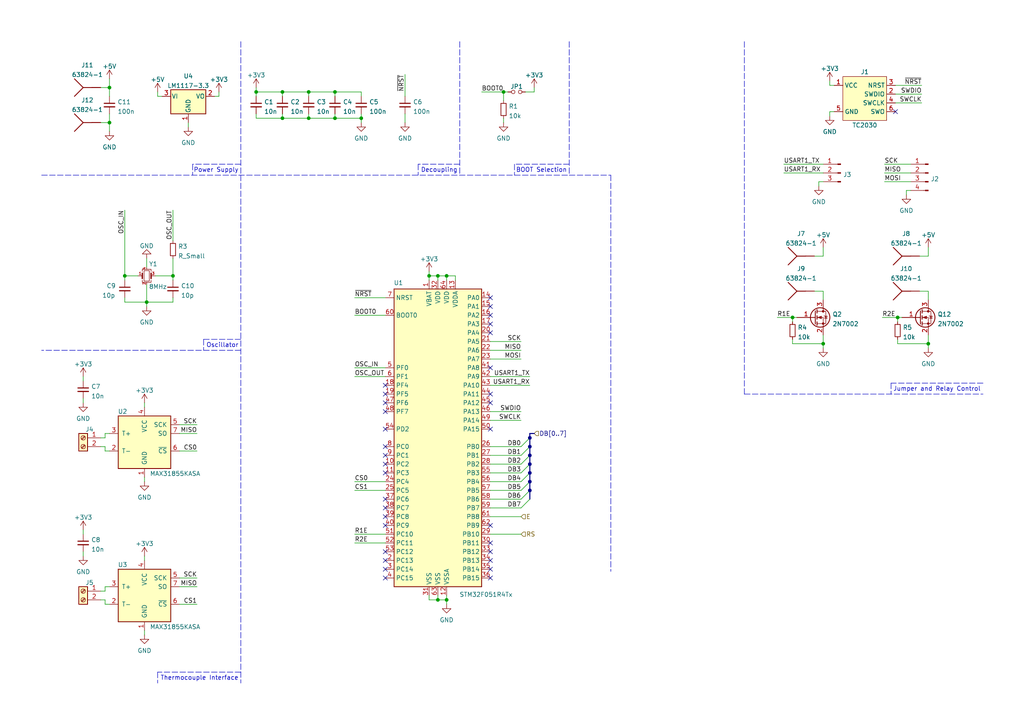
<source format=kicad_sch>
(kicad_sch (version 20210621) (generator eeschema)
  (paper "A4")
  (title_block (title "STM32 Reflow Controller") (date "2021-11-26") (company "de Byl Technologies, LLC"))
  (lib_symbols
    (symbol "2N7002_1" (pin_names (offset 0) hide)
      (property "Reference" "Q" (at 5.08 1.905 0))
      (property "Value" "2N7002_1" (at 5.08 0 0))
      (symbol "2N7002_1_0_1"
        (polyline (pts (xy 0.762 -1.778) (xy 2.54 -1.778)))
        (polyline (pts (xy 0.762 -1.27) (xy 0.762 -2.286)) (stroke (width 0.254)))
        (polyline (pts (xy 0.762 0) (xy 2.54 0)))
        (polyline (pts (xy 0.762 0.508) (xy 0.762 -0.508)) (stroke (width 0.254)))
        (polyline (pts (xy 0.762 1.778) (xy 2.54 1.778)))
        (polyline (pts (xy 0.762 2.286) (xy 0.762 1.27)) (stroke (width 0.254)))
        (polyline (pts (xy 2.54 -1.778) (xy 2.54 -2.54)))
        (polyline (pts (xy 2.54 -1.778) (xy 2.54 0)))
        (polyline (pts (xy 2.54 2.54) (xy 2.54 1.778)))
        (polyline (pts (xy 0.254 1.905) (xy 0.254 -1.905) (xy 0.254 -1.905)) (stroke (width 0.254)))
        (polyline (pts (xy 1.016 0) (xy 2.032 0.381) (xy 2.032 -0.381) (xy 1.016 0)) (fill (type outline)))
        (polyline (pts (xy 2.54 -1.778) (xy 3.302 -1.778) (xy 3.302 1.778) (xy 2.54 1.778)))
        (polyline (pts (xy 2.794 0.508) (xy 2.921 0.381) (xy 3.683 0.381) (xy 3.81 0.254)))
        (polyline (pts (xy 3.302 0.381) (xy 2.921 -0.254) (xy 3.683 -0.254) (xy 3.302 0.381)))
        (circle (center 1.651 0) (radius 2.8194) (stroke (width 0.254)) (stroke (width 0.254)))
        (circle (center 2.54 -1.778) (radius 0.2794) (fill (type outline)))
        (circle (center 2.54 1.778) (radius 0.2794) (fill (type outline)))
      )
      (symbol "2N7002_1_1_1"
        (pin input line (at -5.08 0 0) (length 5.334) (name "G") (number "1"))
        (pin passive line (at 2.54 -5.08 90) (length 2.54) (name "S") (number "2"))
        (pin passive line (at 2.54 5.08 270) (length 2.54) (name "D") (number "3"))
      )
    )
    (symbol "Connector:Conn_01x03_Male" (pin_names (offset 1.016) hide)
      (property "Reference" "J" (at 0 5.08 0))
      (property "Value" "Conn_01x03_Male" (at 0 -5.08 0))
      (symbol "Conn_01x03_Male_1_1"
        (polyline (pts (xy 1.27 -2.54) (xy 0.8636 -2.54)) (stroke (width 0.1524)))
        (polyline (pts (xy 1.27 0) (xy 0.8636 0)) (stroke (width 0.1524)))
        (polyline (pts (xy 1.27 2.54) (xy 0.8636 2.54)) (stroke (width 0.1524)))
        (rectangle (start 0.8636 -2.413) (end 0 -2.667) (stroke (width 0.1524)) (fill (type outline)))
        (rectangle (start 0.8636 0.127) (end 0 -0.127) (stroke (width 0.1524)) (fill (type outline)))
        (rectangle (start 0.8636 2.667) (end 0 2.413) (stroke (width 0.1524)) (fill (type outline)))
        (pin passive line (at 5.08 2.54 180) (length 3.81) (name "Pin_1") (number "1"))
        (pin passive line (at 5.08 0 180) (length 3.81) (name "Pin_2") (number "2"))
        (pin passive line (at 5.08 -2.54 180) (length 3.81) (name "Pin_3") (number "3"))
      )
    )
    (symbol "Connector:Conn_01x04_Male" (pin_names (offset 1.016) hide)
      (property "Reference" "J" (at 0 5.08 0))
      (property "Value" "Conn_01x04_Male" (at 0 -7.62 0))
      (symbol "Conn_01x04_Male_1_1"
        (polyline (pts (xy 1.27 -5.08) (xy 0.8636 -5.08)) (stroke (width 0.1524)))
        (polyline (pts (xy 1.27 -2.54) (xy 0.8636 -2.54)) (stroke (width 0.1524)))
        (polyline (pts (xy 1.27 0) (xy 0.8636 0)) (stroke (width 0.1524)))
        (polyline (pts (xy 1.27 2.54) (xy 0.8636 2.54)) (stroke (width 0.1524)))
        (rectangle (start 0.8636 -4.953) (end 0 -5.207) (stroke (width 0.1524)) (fill (type outline)))
        (rectangle (start 0.8636 -2.413) (end 0 -2.667) (stroke (width 0.1524)) (fill (type outline)))
        (rectangle (start 0.8636 0.127) (end 0 -0.127) (stroke (width 0.1524)) (fill (type outline)))
        (rectangle (start 0.8636 2.667) (end 0 2.413) (stroke (width 0.1524)) (fill (type outline)))
        (pin passive line (at 5.08 2.54 180) (length 3.81) (name "Pin_1") (number "1"))
        (pin passive line (at 5.08 0 180) (length 3.81) (name "Pin_2") (number "2"))
        (pin passive line (at 5.08 -2.54 180) (length 3.81) (name "Pin_3") (number "3"))
        (pin passive line (at 5.08 -5.08 180) (length 3.81) (name "Pin_4") (number "4"))
      )
    )
    (symbol "Connector:Screw_Terminal_01x02" (pin_names (offset 1.016) hide)
      (property "Reference" "J" (at 0 2.54 0))
      (property "Value" "Screw_Terminal_01x02" (at 0 -5.08 0))
      (symbol "Screw_Terminal_01x02_1_1"
        (rectangle (start -1.27 1.27) (end 1.27 -3.81) (stroke (width 0.254)) (fill (type background)))
        (circle (center 0 -2.54) (radius 0.635) (stroke (width 0.1524)) (stroke (width 0.1524)))
        (polyline (pts (xy -0.5334 -2.2098) (xy 0.3302 -3.048)) (stroke (width 0.1524)))
        (polyline (pts (xy -0.5334 0.3302) (xy 0.3302 -0.508)) (stroke (width 0.1524)))
        (polyline (pts (xy -0.3556 -2.032) (xy 0.508 -2.8702)) (stroke (width 0.1524)))
        (polyline (pts (xy -0.3556 0.508) (xy 0.508 -0.3302)) (stroke (width 0.1524)))
        (circle (center 0 0) (radius 0.635) (stroke (width 0.1524)) (stroke (width 0.1524)))
        (pin passive line (at -5.08 0 0) (length 3.81) (name "Pin_1") (number "1"))
        (pin passive line (at -5.08 -2.54 0) (length 3.81) (name "Pin_2") (number "2"))
      )
    )
    (symbol "Device:C_Small" (pin_numbers hide) (pin_names (offset 0.254) hide)
      (property "Reference" "C" (at 0.254 1.778 0))
      (property "Value" "C_Small" (at 0.254 -2.032 0))
      (symbol "C_Small_0_1"
        (polyline (pts (xy -1.524 -0.508) (xy 1.524 -0.508)) (stroke (width 0.3302)))
        (polyline (pts (xy -1.524 0.508) (xy 1.524 0.508)) (stroke (width 0.3048)))
      )
      (symbol "C_Small_1_1"
        (pin passive line (at 0 2.54 270) (length 2.032) (name "~") (number "1"))
        (pin passive line (at 0 -2.54 90) (length 2.032) (name "~") (number "2"))
      )
    )
    (symbol "Device:Crystal_GND24_Small" (pin_names (offset 1.016) hide)
      (property "Reference" "Y" (at 1.27 4.445 0))
      (property "Value" "Crystal_GND24_Small" (at 1.27 2.54 0))
      (symbol "Crystal_GND24_Small_0_1"
        (rectangle (start -0.762 -1.524) (end 0.762 1.524))
        (polyline (pts (xy -1.27 -0.762) (xy -1.27 0.762)) (stroke (width 0.381)))
        (polyline (pts (xy 1.27 -0.762) (xy 1.27 0.762)) (stroke (width 0.381)))
        (polyline (pts (xy -1.27 -1.27) (xy -1.27 -1.905) (xy 1.27 -1.905) (xy 1.27 -1.27)))
        (polyline (pts (xy -1.27 1.27) (xy -1.27 1.905) (xy 1.27 1.905) (xy 1.27 1.27)))
      )
      (symbol "Crystal_GND24_Small_1_1"
        (pin passive line (at -2.54 0 0) (length 1.27) (name "1") (number "1"))
        (pin passive line (at 0 -2.54 90) (length 0.635) (name "2") (number "2"))
        (pin passive line (at 2.54 0 180) (length 1.27) (name "3") (number "3"))
        (pin passive line (at 0 2.54 270) (length 0.635) (name "4") (number "4"))
      )
    )
    (symbol "Device:Jumper_NO_Small" (pin_numbers hide) (pin_names (offset 0.762) hide)
      (property "Reference" "JP" (at 0 2.032 0))
      (property "Value" "Jumper_NO_Small" (at 0.254 -1.524 0))
      (symbol "Jumper_NO_Small_0_1"
        (circle (center -1.016 0) (radius 0.508))
        (circle (center 1.016 0) (radius 0.508))
        (pin passive line (at -2.54 0 0) (length 1.016) (name "1") (number "1"))
        (pin passive line (at 2.54 0 180) (length 1.016) (name "2") (number "2"))
      )
    )
    (symbol "Device:R_Small" (pin_numbers hide) (pin_names (offset 0.254) hide)
      (property "Reference" "R" (at 0.762 0.508 0))
      (property "Value" "R_Small" (at 0.762 -1.016 0))
      (symbol "R_Small_0_1"
        (rectangle (start -0.762 1.778) (end 0.762 -1.778) (stroke (width 0.2032)))
      )
      (symbol "R_Small_1_1"
        (pin passive line (at 0 2.54 270) (length 0.762) (name "~") (number "1"))
        (pin passive line (at 0 -2.54 90) (length 0.762) (name "~") (number "2"))
      )
    )
    (symbol "MCU_ST_STM32F0:STM32F051R4Tx"
      (property "Reference" "U" (at -12.7 44.45 0))
      (property "Value" "STM32F051R4Tx" (at 7.62 44.45 0))
      (symbol "STM32F051R4Tx_0_1"
        (rectangle (start -12.7 -43.18) (end 12.7 43.18) (stroke (width 0.254)) (fill (type background)))
      )
      (symbol "STM32F051R4Tx_1_1"
        (pin power_in line (at -2.54 45.72 270) (length 2.54) (name "VBAT") (number "1"))
        (pin bidirectional line (at -15.24 -7.62 0) (length 2.54) (name "PC2") (number "10"))
        (pin bidirectional line (at -15.24 -10.16 0) (length 2.54) (name "PC3") (number "11"))
        (pin power_in line (at 2.54 -45.72 90) (length 2.54) (name "VSSA") (number "12"))
        (pin power_in line (at 5.08 45.72 270) (length 2.54) (name "VDDA") (number "13"))
        (pin bidirectional line (at 15.24 40.64 180) (length 2.54) (name "PA0") (number "14"))
        (pin bidirectional line (at 15.24 38.1 180) (length 2.54) (name "PA1") (number "15"))
        (pin bidirectional line (at 15.24 35.56 180) (length 2.54) (name "PA2") (number "16"))
        (pin bidirectional line (at 15.24 33.02 180) (length 2.54) (name "PA3") (number "17"))
        (pin bidirectional line (at -15.24 15.24 0) (length 2.54) (name "PF4") (number "18"))
        (pin bidirectional line (at -15.24 12.7 0) (length 2.54) (name "PF5") (number "19"))
        (pin bidirectional line (at -15.24 -35.56 0) (length 2.54) (name "PC13") (number "2"))
        (pin bidirectional line (at 15.24 30.48 180) (length 2.54) (name "PA4") (number "20"))
        (pin bidirectional line (at 15.24 27.94 180) (length 2.54) (name "PA5") (number "21"))
        (pin bidirectional line (at 15.24 25.4 180) (length 2.54) (name "PA6") (number "22"))
        (pin bidirectional line (at 15.24 22.86 180) (length 2.54) (name "PA7") (number "23"))
        (pin bidirectional line (at -15.24 -12.7 0) (length 2.54) (name "PC4") (number "24"))
        (pin bidirectional line (at -15.24 -15.24 0) (length 2.54) (name "PC5") (number "25"))
        (pin bidirectional line (at 15.24 -2.54 180) (length 2.54) (name "PB0") (number "26"))
        (pin bidirectional line (at 15.24 -5.08 180) (length 2.54) (name "PB1") (number "27"))
        (pin bidirectional line (at 15.24 -7.62 180) (length 2.54) (name "PB2") (number "28"))
        (pin bidirectional line (at 15.24 -27.94 180) (length 2.54) (name "PB10") (number "29"))
        (pin bidirectional line (at -15.24 -38.1 0) (length 2.54) (name "PC14") (number "3"))
        (pin bidirectional line (at 15.24 -30.48 180) (length 2.54) (name "PB11") (number "30"))
        (pin power_in line (at -2.54 -45.72 90) (length 2.54) (name "VSS") (number "31"))
        (pin power_in line (at 0 45.72 270) (length 2.54) (name "VDD") (number "32"))
        (pin bidirectional line (at 15.24 -33.02 180) (length 2.54) (name "PB12") (number "33"))
        (pin bidirectional line (at 15.24 -35.56 180) (length 2.54) (name "PB13") (number "34"))
        (pin bidirectional line (at 15.24 -38.1 180) (length 2.54) (name "PB14") (number "35"))
        (pin bidirectional line (at 15.24 -40.64 180) (length 2.54) (name "PB15") (number "36"))
        (pin bidirectional line (at -15.24 -17.78 0) (length 2.54) (name "PC6") (number "37"))
        (pin bidirectional line (at -15.24 -20.32 0) (length 2.54) (name "PC7") (number "38"))
        (pin bidirectional line (at -15.24 -22.86 0) (length 2.54) (name "PC8") (number "39"))
        (pin bidirectional line (at -15.24 -40.64 0) (length 2.54) (name "PC15") (number "4"))
        (pin bidirectional line (at -15.24 -25.4 0) (length 2.54) (name "PC9") (number "40"))
        (pin bidirectional line (at 15.24 20.32 180) (length 2.54) (name "PA8") (number "41"))
        (pin bidirectional line (at 15.24 17.78 180) (length 2.54) (name "PA9") (number "42"))
        (pin bidirectional line (at 15.24 15.24 180) (length 2.54) (name "PA10") (number "43"))
        (pin bidirectional line (at 15.24 12.7 180) (length 2.54) (name "PA11") (number "44"))
        (pin bidirectional line (at 15.24 10.16 180) (length 2.54) (name "PA12") (number "45"))
        (pin bidirectional line (at 15.24 7.62 180) (length 2.54) (name "PA13") (number "46"))
        (pin bidirectional line (at -15.24 10.16 0) (length 2.54) (name "PF6") (number "47"))
        (pin bidirectional line (at -15.24 7.62 0) (length 2.54) (name "PF7") (number "48"))
        (pin bidirectional line (at 15.24 5.08 180) (length 2.54) (name "PA14") (number "49"))
        (pin input line (at -15.24 20.32 0) (length 2.54) (name "PF0") (number "5"))
        (pin bidirectional line (at 15.24 2.54 180) (length 2.54) (name "PA15") (number "50"))
        (pin bidirectional line (at -15.24 -27.94 0) (length 2.54) (name "PC10") (number "51"))
        (pin bidirectional line (at -15.24 -30.48 0) (length 2.54) (name "PC11") (number "52"))
        (pin bidirectional line (at -15.24 -33.02 0) (length 2.54) (name "PC12") (number "53"))
        (pin bidirectional line (at -15.24 2.54 0) (length 2.54) (name "PD2") (number "54"))
        (pin bidirectional line (at 15.24 -10.16 180) (length 2.54) (name "PB3") (number "55"))
        (pin bidirectional line (at 15.24 -12.7 180) (length 2.54) (name "PB4") (number "56"))
        (pin bidirectional line (at 15.24 -15.24 180) (length 2.54) (name "PB5") (number "57"))
        (pin bidirectional line (at 15.24 -17.78 180) (length 2.54) (name "PB6") (number "58"))
        (pin bidirectional line (at 15.24 -20.32 180) (length 2.54) (name "PB7") (number "59"))
        (pin input line (at -15.24 17.78 0) (length 2.54) (name "PF1") (number "6"))
        (pin input line (at -15.24 35.56 0) (length 2.54) (name "BOOT0") (number "60"))
        (pin bidirectional line (at 15.24 -22.86 180) (length 2.54) (name "PB8") (number "61"))
        (pin bidirectional line (at 15.24 -25.4 180) (length 2.54) (name "PB9") (number "62"))
        (pin power_in line (at 0 -45.72 90) (length 2.54) (name "VSS") (number "63"))
        (pin power_in line (at 2.54 45.72 270) (length 2.54) (name "VDD") (number "64"))
        (pin input line (at -15.24 40.64 0) (length 2.54) (name "NRST") (number "7"))
        (pin bidirectional line (at -15.24 -2.54 0) (length 2.54) (name "PC0") (number "8"))
        (pin bidirectional line (at -15.24 -5.08 0) (length 2.54) (name "PC1") (number "9"))
      )
    )
    (symbol "Personal:63824-1" (pin_numbers hide) (pin_names (offset 1.016) hide)
      (property "Reference" "J" (at -3.048 3.048 0))
      (property "Value" "63824-1" (at -3.048 -4.826 0))
      (symbol "63824-1_0_0"
        (polyline (pts (xy 0 0) (xy -2.54 -2.54)) (stroke (width 0.254)))
        (polyline (pts (xy 0 0) (xy -2.54 2.54)) (stroke (width 0.254)))
        (polyline (pts (xy 2.54 0) (xy 0 0)) (stroke (width 0.254)))
        (pin passive line (at 5.08 0 180) (length 2.54) (name "~") (number "1"))
        (pin passive line (at 5.08 0 180) (length 2.54) (name "~") (number "2"))
      )
    )
    (symbol "Personal:TC2030"
      (property "Reference" "J" (at 0 7.62 0))
      (property "Value" "TC2030" (at 0 -7.62 0))
      (symbol "TC2030_0_1"
        (rectangle (start -6.35 6.35) (end 6.35 -6.35) (stroke (width 0.1524)) (fill (type background)))
      )
      (symbol "TC2030_1_1"
        (pin input line (at -8.89 3.81 0) (length 2.54) (name "VCC") (number "1"))
        (pin input line (at 8.89 1.27 180) (length 2.54) (name "SWDIO") (number "2"))
        (pin input line (at 8.89 3.81 180) (length 2.54) (name "NRST") (number "3"))
        (pin input line (at 8.89 -1.27 180) (length 2.54) (name "SWCLK") (number "4"))
        (pin input line (at -8.89 -3.81 0) (length 2.54) (name "GND") (number "5"))
        (pin input line (at 8.89 -3.81 180) (length 2.54) (name "SWO") (number "6"))
      )
    )
    (symbol "Regulator_Linear:LM1117-3.3" (pin_names (offset 0.254))
      (property "Reference" "U" (at -3.81 3.175 0))
      (property "Value" "LM1117-3.3" (at 0 3.175 0))
      (symbol "LM1117-3.3_0_1"
        (rectangle (start -5.08 -5.08) (end 5.08 1.905) (stroke (width 0.254)) (fill (type background)))
      )
      (symbol "LM1117-3.3_1_1"
        (pin power_in line (at 0 -7.62 90) (length 2.54) (name "GND") (number "1"))
        (pin power_out line (at 7.62 0 180) (length 2.54) (name "VO") (number "2"))
        (pin power_in line (at -7.62 0 0) (length 2.54) (name "VI") (number "3"))
      )
    )
    (symbol "Sensor_Temperature:MAX31855KASA" (pin_names (offset 1.016))
      (property "Reference" "U" (at -7.62 8.89 0))
      (property "Value" "MAX31855KASA" (at 1.27 8.89 0))
      (symbol "MAX31855KASA_0_1"
        (rectangle (start -7.62 7.62) (end 7.62 -7.62) (stroke (width 0.254)) (fill (type background)))
      )
      (symbol "MAX31855KASA_1_1"
        (pin power_in line (at 0 -10.16 90) (length 2.54) (name "GND") (number "1"))
        (pin passive line (at -10.16 -2.54 0) (length 2.54) (name "T-") (number "2"))
        (pin passive line (at -10.16 2.54 0) (length 2.54) (name "T+") (number "3"))
        (pin power_in line (at 0 10.16 270) (length 2.54) (name "VCC") (number "4"))
        (pin input line (at 10.16 5.08 180) (length 2.54) (name "SCK") (number "5"))
        (pin input line (at 10.16 -2.54 180) (length 2.54) (name "~{CS}") (number "6"))
        (pin tri_state line (at 10.16 2.54 180) (length 2.54) (name "SO") (number "7"))
      )
    )
    (symbol "Transistor_FET:2N7002" (pin_names (offset 0) hide)
      (property "Reference" "Q" (at 5.08 1.905 0))
      (property "Value" "2N7002" (at 5.08 0 0))
      (symbol "2N7002_0_1"
        (polyline (pts (xy 0.762 -1.778) (xy 2.54 -1.778)))
        (polyline (pts (xy 0.762 -1.27) (xy 0.762 -2.286)) (stroke (width 0.254)))
        (polyline (pts (xy 0.762 0) (xy 2.54 0)))
        (polyline (pts (xy 0.762 0.508) (xy 0.762 -0.508)) (stroke (width 0.254)))
        (polyline (pts (xy 0.762 1.778) (xy 2.54 1.778)))
        (polyline (pts (xy 0.762 2.286) (xy 0.762 1.27)) (stroke (width 0.254)))
        (polyline (pts (xy 2.54 -1.778) (xy 2.54 -2.54)))
        (polyline (pts (xy 2.54 -1.778) (xy 2.54 0)))
        (polyline (pts (xy 2.54 2.54) (xy 2.54 1.778)))
        (polyline (pts (xy 0.254 1.905) (xy 0.254 -1.905) (xy 0.254 -1.905)) (stroke (width 0.254)))
        (polyline (pts (xy 1.016 0) (xy 2.032 0.381) (xy 2.032 -0.381) (xy 1.016 0)) (fill (type outline)))
        (polyline (pts (xy 2.54 -1.778) (xy 3.302 -1.778) (xy 3.302 1.778) (xy 2.54 1.778)))
        (polyline (pts (xy 2.794 0.508) (xy 2.921 0.381) (xy 3.683 0.381) (xy 3.81 0.254)))
        (polyline (pts (xy 3.302 0.381) (xy 2.921 -0.254) (xy 3.683 -0.254) (xy 3.302 0.381)))
        (circle (center 1.651 0) (radius 2.8194) (stroke (width 0.254)) (stroke (width 0.254)))
        (circle (center 2.54 -1.778) (radius 0.2794) (fill (type outline)))
        (circle (center 2.54 1.778) (radius 0.2794) (fill (type outline)))
      )
      (symbol "2N7002_1_1"
        (pin input line (at -5.08 0 0) (length 5.334) (name "G") (number "1"))
        (pin passive line (at 2.54 -5.08 90) (length 2.54) (name "S") (number "2"))
        (pin passive line (at 2.54 5.08 270) (length 2.54) (name "D") (number "3"))
      )
    )
    (symbol "power:+3V3" (power) (pin_names (offset 0))
      (property "Value" "+3V3" (at 0 3.556 0))
      (symbol "+3V3_0_1"
        (polyline (pts (xy -0.762 1.27) (xy 0 2.54)))
        (polyline (pts (xy 0 0) (xy 0 2.54)))
        (polyline (pts (xy 0 2.54) (xy 0.762 1.27)))
      )
      (symbol "+3V3_1_1"
        (pin power_in line (at 0 0 90) (length 0) hide (name "+3V3") (number "1"))
      )
    )
    (symbol "power:+5V" (power) (pin_names (offset 0))
      (property "Value" "+5V" (at 0 3.556 0))
      (symbol "+5V_0_1"
        (polyline (pts (xy -0.762 1.27) (xy 0 2.54)))
        (polyline (pts (xy 0 0) (xy 0 2.54)))
        (polyline (pts (xy 0 2.54) (xy 0.762 1.27)))
      )
      (symbol "+5V_1_1"
        (pin power_in line (at 0 0 90) (length 0) hide (name "+5V") (number "1"))
      )
    )
    (symbol "power:GND" (power) (pin_names (offset 0))
      (property "Value" "GND" (at 0 -3.81 0))
      (symbol "GND_0_1"
        (polyline (pts (xy 0 0) (xy 0 -1.27) (xy 1.27 -1.27) (xy 0 -2.54) (xy -1.27 -1.27) (xy 0 -1.27)))
      )
      (symbol "GND_1_1"
        (pin power_in line (at 0 0 270) (length 0) hide (name "GND") (number "1"))
      )
    )
  )
  (junction (at 31.75 25.4))
  (junction (at 31.75 35.56))
  (junction (at 36.195 80.01))
  (junction (at 42.545 87.63))
  (junction (at 50.165 80.01))
  (junction (at 74.295 26.67))
  (junction (at 81.915 26.67))
  (junction (at 81.915 34.29))
  (junction (at 89.535 26.67))
  (junction (at 89.535 34.29))
  (junction (at 97.155 26.67))
  (junction (at 97.155 34.29))
  (junction (at 104.775 34.29))
  (junction (at 124.46 80.01))
  (junction (at 127 80.01))
  (junction (at 127 173.99))
  (junction (at 129.54 80.01))
  (junction (at 129.54 173.99))
  (junction (at 146.05 26.67))
  (junction (at 229.87 92.075))
  (junction (at 238.76 99.695))
  (junction (at 260.35 92.075))
  (junction (at 269.24 99.695))
  (junction (at 153.67 127))
  (junction (at 153.67 129.54))
  (junction (at 153.67 132.08))
  (junction (at 153.67 134.62))
  (junction (at 153.67 137.16))
  (junction (at 153.67 139.7))
  (junction (at 153.67 142.24))
  (no_connect (at 111.76 111.76))
  (no_connect (at 111.76 114.3))
  (no_connect (at 111.76 116.84))
  (no_connect (at 111.76 119.38))
  (no_connect (at 111.76 124.46))
  (no_connect (at 111.76 129.54))
  (no_connect (at 111.76 132.08))
  (no_connect (at 111.76 134.62))
  (no_connect (at 111.76 137.16))
  (no_connect (at 111.76 144.78))
  (no_connect (at 111.76 147.32))
  (no_connect (at 111.76 149.86))
  (no_connect (at 111.76 152.4))
  (no_connect (at 111.76 160.02))
  (no_connect (at 111.76 162.56))
  (no_connect (at 111.76 165.1))
  (no_connect (at 111.76 167.64))
  (no_connect (at 142.24 86.36))
  (no_connect (at 142.24 88.9))
  (no_connect (at 142.24 91.44))
  (no_connect (at 142.24 93.98))
  (no_connect (at 142.24 96.52))
  (no_connect (at 142.24 106.68))
  (no_connect (at 142.24 114.3))
  (no_connect (at 142.24 116.84))
  (no_connect (at 142.24 124.46))
  (no_connect (at 142.24 152.4))
  (no_connect (at 142.24 157.48))
  (no_connect (at 142.24 160.02))
  (no_connect (at 142.24 162.56))
  (no_connect (at 142.24 165.1))
  (no_connect (at 142.24 167.64))
  (no_connect (at 259.715 32.385))
  (bus_entry (at 151.13 129.54) (size 2.54 -2.54))
  (bus_entry (at 151.13 132.08) (size 2.54 -2.54))
  (bus_entry (at 151.13 134.62) (size 2.54 -2.54))
  (bus_entry (at 151.13 137.16) (size 2.54 -2.54))
  (bus_entry (at 151.13 139.7) (size 2.54 -2.54))
  (bus_entry (at 151.13 142.24) (size 2.54 -2.54))
  (bus_entry (at 151.13 144.78) (size 2.54 -2.54))
  (bus_entry (at 151.13 147.32) (size 2.54 -2.54))
  (wire (pts (xy 24.13 109.22) (xy 24.13 110.49)))
  (wire (pts (xy 24.13 115.57) (xy 24.13 116.84)))
  (wire (pts (xy 24.13 153.67) (xy 24.13 154.94)))
  (wire (pts (xy 24.13 160.02) (xy 24.13 161.29)))
  (wire (pts (xy 29.21 25.4) (xy 31.75 25.4)))
  (wire (pts (xy 29.21 35.56) (xy 31.75 35.56)))
  (wire (pts (xy 29.21 127) (xy 30.48 127)))
  (wire (pts (xy 29.21 129.54) (xy 30.48 129.54)))
  (wire (pts (xy 29.21 171.45) (xy 30.48 171.45)))
  (wire (pts (xy 29.21 173.99) (xy 30.48 173.99)))
  (wire (pts (xy 30.48 125.73) (xy 31.75 125.73)))
  (wire (pts (xy 30.48 127) (xy 30.48 125.73)))
  (wire (pts (xy 30.48 129.54) (xy 30.48 130.81)))
  (wire (pts (xy 30.48 130.81) (xy 31.75 130.81)))
  (wire (pts (xy 30.48 170.18) (xy 31.75 170.18)))
  (wire (pts (xy 30.48 171.45) (xy 30.48 170.18)))
  (wire (pts (xy 30.48 173.99) (xy 30.48 175.26)))
  (wire (pts (xy 30.48 175.26) (xy 31.75 175.26)))
  (wire (pts (xy 31.75 25.4) (xy 31.75 22.86)))
  (wire (pts (xy 31.75 25.4) (xy 31.75 27.94)))
  (wire (pts (xy 31.75 33.02) (xy 31.75 35.56)))
  (wire (pts (xy 31.75 35.56) (xy 31.75 38.1)))
  (wire (pts (xy 36.195 60.96) (xy 36.195 80.01)))
  (wire (pts (xy 36.195 80.01) (xy 40.005 80.01)))
  (wire (pts (xy 36.195 81.28) (xy 36.195 80.01)))
  (wire (pts (xy 36.195 86.36) (xy 36.195 87.63)))
  (wire (pts (xy 36.195 87.63) (xy 42.545 87.63)))
  (wire (pts (xy 41.91 116.84) (xy 41.91 118.11)))
  (wire (pts (xy 41.91 138.43) (xy 41.91 139.7)))
  (wire (pts (xy 41.91 161.29) (xy 41.91 162.56)))
  (wire (pts (xy 41.91 182.88) (xy 41.91 184.15)))
  (wire (pts (xy 42.545 74.93) (xy 42.545 77.47)))
  (wire (pts (xy 42.545 82.55) (xy 42.545 87.63)))
  (wire (pts (xy 42.545 87.63) (xy 42.545 88.9)))
  (wire (pts (xy 42.545 87.63) (xy 50.165 87.63)))
  (wire (pts (xy 45.085 80.01) (xy 50.165 80.01)))
  (wire (pts (xy 45.72 27.94) (xy 45.72 26.67)))
  (wire (pts (xy 46.99 27.94) (xy 45.72 27.94)))
  (wire (pts (xy 50.165 60.96) (xy 50.165 69.85)))
  (wire (pts (xy 50.165 74.93) (xy 50.165 80.01)))
  (wire (pts (xy 50.165 80.01) (xy 50.165 81.28)))
  (wire (pts (xy 50.165 86.36) (xy 50.165 87.63)))
  (wire (pts (xy 52.07 123.19) (xy 57.15 123.19)))
  (wire (pts (xy 52.07 125.73) (xy 57.15 125.73)))
  (wire (pts (xy 52.07 130.81) (xy 57.15 130.81)))
  (wire (pts (xy 52.07 167.64) (xy 57.15 167.64)))
  (wire (pts (xy 52.07 170.18) (xy 57.15 170.18)))
  (wire (pts (xy 52.07 175.26) (xy 57.15 175.26)))
  (wire (pts (xy 54.61 35.56) (xy 54.61 36.83)))
  (wire (pts (xy 62.23 27.94) (xy 63.5 27.94)))
  (wire (pts (xy 63.5 27.94) (xy 63.5 26.67)))
  (wire (pts (xy 74.295 25.4) (xy 74.295 26.67)))
  (wire (pts (xy 74.295 26.67) (xy 74.295 27.94)))
  (wire (pts (xy 74.295 26.67) (xy 81.915 26.67)))
  (wire (pts (xy 74.295 33.02) (xy 74.295 34.29)))
  (wire (pts (xy 74.295 34.29) (xy 81.915 34.29)))
  (wire (pts (xy 81.915 26.67) (xy 81.915 27.94)))
  (wire (pts (xy 81.915 33.02) (xy 81.915 34.29)))
  (wire (pts (xy 81.915 34.29) (xy 89.535 34.29)))
  (wire (pts (xy 89.535 26.67) (xy 81.915 26.67)))
  (wire (pts (xy 89.535 27.94) (xy 89.535 26.67)))
  (wire (pts (xy 89.535 33.02) (xy 89.535 34.29)))
  (wire (pts (xy 89.535 34.29) (xy 97.155 34.29)))
  (wire (pts (xy 97.155 26.67) (xy 89.535 26.67)))
  (wire (pts (xy 97.155 27.94) (xy 97.155 26.67)))
  (wire (pts (xy 97.155 33.02) (xy 97.155 34.29)))
  (wire (pts (xy 102.87 86.36) (xy 111.76 86.36)))
  (wire (pts (xy 102.87 91.44) (xy 111.76 91.44)))
  (wire (pts (xy 102.87 106.68) (xy 111.76 106.68)))
  (wire (pts (xy 102.87 109.22) (xy 111.76 109.22)))
  (wire (pts (xy 102.87 154.94) (xy 111.76 154.94)))
  (wire (pts (xy 102.87 157.48) (xy 111.76 157.48)))
  (wire (pts (xy 104.775 26.67) (xy 97.155 26.67)))
  (wire (pts (xy 104.775 27.94) (xy 104.775 26.67)))
  (wire (pts (xy 104.775 33.02) (xy 104.775 34.29)))
  (wire (pts (xy 104.775 34.29) (xy 97.155 34.29)))
  (wire (pts (xy 104.775 34.29) (xy 104.775 35.56)))
  (wire (pts (xy 111.76 139.7) (xy 102.87 139.7)))
  (wire (pts (xy 111.76 142.24) (xy 102.87 142.24)))
  (wire (pts (xy 117.475 21.59) (xy 117.475 27.94)))
  (wire (pts (xy 117.475 33.02) (xy 117.475 35.56)))
  (wire (pts (xy 124.46 78.74) (xy 124.46 80.01)))
  (wire (pts (xy 124.46 80.01) (xy 127 80.01)))
  (wire (pts (xy 124.46 81.28) (xy 124.46 80.01)))
  (wire (pts (xy 124.46 172.72) (xy 124.46 173.99)))
  (wire (pts (xy 124.46 173.99) (xy 127 173.99)))
  (wire (pts (xy 127 80.01) (xy 129.54 80.01)))
  (wire (pts (xy 127 81.28) (xy 127 80.01)))
  (wire (pts (xy 127 172.72) (xy 127 173.99)))
  (wire (pts (xy 129.54 81.28) (xy 129.54 80.01)))
  (wire (pts (xy 129.54 172.72) (xy 129.54 173.99)))
  (wire (pts (xy 129.54 173.99) (xy 127 173.99)))
  (wire (pts (xy 129.54 173.99) (xy 129.54 175.26)))
  (wire (pts (xy 132.08 80.01) (xy 129.54 80.01)))
  (wire (pts (xy 132.08 81.28) (xy 132.08 80.01)))
  (wire (pts (xy 139.7 26.67) (xy 146.05 26.67)))
  (wire (pts (xy 142.24 99.06) (xy 151.13 99.06)))
  (wire (pts (xy 142.24 101.6) (xy 151.13 101.6)))
  (wire (pts (xy 142.24 104.14) (xy 151.13 104.14)))
  (wire (pts (xy 142.24 109.22) (xy 153.67 109.22)))
  (wire (pts (xy 142.24 111.76) (xy 153.67 111.76)))
  (wire (pts (xy 142.24 119.38) (xy 151.13 119.38)))
  (wire (pts (xy 142.24 121.92) (xy 151.13 121.92)))
  (wire (pts (xy 142.24 129.54) (xy 151.13 129.54)))
  (wire (pts (xy 142.24 132.08) (xy 151.13 132.08)))
  (wire (pts (xy 142.24 134.62) (xy 151.13 134.62)))
  (wire (pts (xy 142.24 137.16) (xy 151.13 137.16)))
  (wire (pts (xy 142.24 139.7) (xy 151.13 139.7)))
  (wire (pts (xy 142.24 142.24) (xy 151.13 142.24)))
  (wire (pts (xy 142.24 144.78) (xy 151.13 144.78)))
  (wire (pts (xy 142.24 147.32) (xy 151.13 147.32)))
  (wire (pts (xy 142.24 149.86) (xy 151.13 149.86)))
  (wire (pts (xy 142.24 154.94) (xy 151.13 154.94)))
  (wire (pts (xy 146.05 26.67) (xy 146.05 29.21)))
  (wire (pts (xy 146.05 26.67) (xy 147.32 26.67)))
  (wire (pts (xy 146.05 34.29) (xy 146.05 35.56)))
  (wire (pts (xy 152.4 26.67) (xy 154.94 26.67)))
  (wire (pts (xy 154.94 26.67) (xy 154.94 25.4)))
  (wire (pts (xy 225.425 92.075) (xy 229.87 92.075)))
  (wire (pts (xy 227.33 47.625) (xy 238.76 47.625)))
  (wire (pts (xy 227.33 50.165) (xy 238.76 50.165)))
  (wire (pts (xy 229.87 92.075) (xy 229.87 93.345)))
  (wire (pts (xy 229.87 92.075) (xy 231.14 92.075)))
  (wire (pts (xy 229.87 98.425) (xy 229.87 99.695)))
  (wire (pts (xy 229.87 99.695) (xy 238.76 99.695)))
  (wire (pts (xy 236.22 74.295) (xy 238.76 74.295)))
  (wire (pts (xy 236.22 84.455) (xy 238.76 84.455)))
  (wire (pts (xy 237.49 52.705) (xy 238.76 52.705)))
  (wire (pts (xy 237.49 53.975) (xy 237.49 52.705)))
  (wire (pts (xy 238.76 71.755) (xy 238.76 74.295)))
  (wire (pts (xy 238.76 84.455) (xy 238.76 86.995)))
  (wire (pts (xy 238.76 97.155) (xy 238.76 99.695)))
  (wire (pts (xy 238.76 99.695) (xy 238.76 100.965)))
  (wire (pts (xy 240.665 23.495) (xy 240.665 24.765)))
  (wire (pts (xy 240.665 32.385) (xy 240.665 33.655)))
  (wire (pts (xy 241.935 24.765) (xy 240.665 24.765)))
  (wire (pts (xy 241.935 32.385) (xy 240.665 32.385)))
  (wire (pts (xy 255.905 92.075) (xy 260.35 92.075)))
  (wire (pts (xy 256.54 47.625) (xy 264.16 47.625)))
  (wire (pts (xy 256.54 50.165) (xy 264.16 50.165)))
  (wire (pts (xy 256.54 52.705) (xy 264.16 52.705)))
  (wire (pts (xy 259.715 24.765) (xy 267.335 24.765)))
  (wire (pts (xy 259.715 27.305) (xy 267.335 27.305)))
  (wire (pts (xy 259.715 29.845) (xy 267.335 29.845)))
  (wire (pts (xy 260.35 92.075) (xy 260.35 93.345)))
  (wire (pts (xy 260.35 92.075) (xy 261.62 92.075)))
  (wire (pts (xy 260.35 98.425) (xy 260.35 99.695)))
  (wire (pts (xy 260.35 99.695) (xy 269.24 99.695)))
  (wire (pts (xy 262.89 55.245) (xy 262.89 56.515)))
  (wire (pts (xy 264.16 55.245) (xy 262.89 55.245)))
  (wire (pts (xy 266.7 74.295) (xy 269.24 74.295)))
  (wire (pts (xy 266.7 84.455) (xy 269.24 84.455)))
  (wire (pts (xy 269.24 71.755) (xy 269.24 74.295)))
  (wire (pts (xy 269.24 84.455) (xy 269.24 86.995)))
  (wire (pts (xy 269.24 97.155) (xy 269.24 99.695)))
  (wire (pts (xy 269.24 99.695) (xy 269.24 100.965)))
  (bus (pts (xy 153.67 125.73) (xy 154.94 125.73)))
  (bus (pts (xy 153.67 127) (xy 153.67 125.73)))
  (bus (pts (xy 153.67 129.54) (xy 153.67 127)))
  (bus (pts (xy 153.67 132.08) (xy 153.67 129.54)))
  (bus (pts (xy 153.67 134.62) (xy 153.67 132.08)))
  (bus (pts (xy 153.67 137.16) (xy 153.67 134.62)))
  (bus (pts (xy 153.67 139.7) (xy 153.67 137.16)))
  (bus (pts (xy 153.67 142.24) (xy 153.67 139.7)))
  (bus (pts (xy 153.67 144.78) (xy 153.67 142.24)))
  (polyline (pts (xy 12.065 50.8) (xy 165.1 50.8)))
  (polyline (pts (xy 45.72 194.945) (xy 45.72 198.12)))
  (polyline (pts (xy 55.88 47.625) (xy 55.88 50.8)))
  (polyline (pts (xy 59.055 98.425) (xy 59.055 101.6)))
  (polyline (pts (xy 69.85 12.065) (xy 69.85 50.8)))
  (polyline (pts (xy 69.85 47.625) (xy 55.88 47.625)))
  (polyline (pts (xy 69.85 50.8) (xy 69.85 198.12)))
  (polyline (pts (xy 69.85 98.425) (xy 59.055 98.425)))
  (polyline (pts (xy 69.85 101.6) (xy 12.065 101.6)))
  (polyline (pts (xy 69.85 194.945) (xy 45.72 194.945)))
  (polyline (pts (xy 121.285 47.625) (xy 121.285 50.8)))
  (polyline (pts (xy 133.35 12.065) (xy 133.35 50.8)))
  (polyline (pts (xy 133.35 47.625) (xy 121.285 47.625)))
  (polyline (pts (xy 149.225 47.625) (xy 149.225 50.8)))
  (polyline (pts (xy 165.1 12.065) (xy 165.1 50.8)))
  (polyline (pts (xy 165.1 47.625) (xy 149.225 47.625)))
  (polyline (pts (xy 165.1 50.8) (xy 177.165 50.8)))
  (polyline (pts (xy 177.165 50.8) (xy 177.165 165.735)))
  (polyline (pts (xy 215.9 12.065) (xy 215.9 114.3)))
  (polyline (pts (xy 215.9 114.3) (xy 285.115 114.3)))
  (polyline (pts (xy 258.445 111.125) (xy 258.445 114.3)))
  (polyline (pts (xy 285.115 111.125) (xy 258.445 111.125)))
  (text "Power Supply" (at 69.215 50.165 180) (effects (font (size 1.27 1.27)) (justify right bottom)))
  (text "Oscillator" (at 69.215 100.965 180) (effects (font (size 1.27 1.27)) (justify right bottom)))
  (text "Thermocouple Interface" (at 69.215 197.485 180) (effects (font (size 1.27 1.27)) (justify right bottom)))
  (text "Decoupling" (at 132.715 50.165 180) (effects (font (size 1.27 1.27)) (justify right bottom)))
  (text "BOOT Selection" (at 164.465 50.165 180) (effects (font (size 1.27 1.27)) (justify right bottom)))
  (text "Jumper and Relay Control" (at 284.48 113.665 180) (effects (font (size 1.27 1.27)) (justify right bottom)))
  (label "OSC_IN" (at 36.195 60.96 270))
  (label "OSC_OUT" (at 50.165 60.96 270))
  (label "SCK" (at 57.15 123.19 180))
  (label "MISO" (at 57.15 125.73 180))
  (label "CS0" (at 57.15 130.81 180))
  (label "SCK" (at 57.15 167.64 180))
  (label "MISO" (at 57.15 170.18 180))
  (label "CS1" (at 57.15 175.26 180))
  (label "~{NRST}" (at 102.87 86.36 0))
  (label "BOOT0" (at 102.87 91.44 0))
  (label "OSC_IN" (at 102.87 106.68 0))
  (label "OSC_OUT" (at 102.87 109.22 0))
  (label "CS0" (at 102.87 139.7 0))
  (label "CS1" (at 102.87 142.24 0))
  (label "R1E" (at 102.87 154.94 0))
  (label "R2E" (at 102.87 157.48 0))
  (label "~{NRST}" (at 117.475 21.59 270))
  (label "BOOT0" (at 139.7 26.67 0))
  (label "SCK" (at 151.13 99.06 180))
  (label "MISO" (at 151.13 101.6 180))
  (label "MOSI" (at 151.13 104.14 180))
  (label "SWDIO" (at 151.13 119.38 180))
  (label "SWCLK" (at 151.13 121.92 180))
  (label "DB0" (at 151.13 129.54 180))
  (label "DB1" (at 151.13 132.08 180))
  (label "DB2" (at 151.13 134.62 180))
  (label "DB3" (at 151.13 137.16 180))
  (label "DB4" (at 151.13 139.7 180))
  (label "DB5" (at 151.13 142.24 180))
  (label "DB6" (at 151.13 144.78 180))
  (label "DB7" (at 151.13 147.32 180))
  (label "USART1_TX" (at 153.67 109.22 180))
  (label "USART1_RX" (at 153.67 111.76 180))
  (label "R1E" (at 225.425 92.075 0))
  (label "USART1_TX" (at 227.33 47.625 0))
  (label "USART1_RX" (at 227.33 50.165 0))
  (label "R2E" (at 255.905 92.075 0))
  (label "SCK" (at 256.54 47.625 0))
  (label "MISO" (at 256.54 50.165 0))
  (label "MOSI" (at 256.54 52.705 0))
  (label "~{NRST}" (at 267.335 24.765 180))
  (label "SWDIO" (at 267.335 27.305 180))
  (label "SWCLK" (at 267.335 29.845 180))
  (hierarchical_label "E" (shape input) (at 151.13 149.86 0))
  (hierarchical_label "RS" (shape input) (at 151.13 154.94 0))
  (hierarchical_label "DB[0..7]" (shape input) (at 154.94 125.73 0))
  (symbol (lib_id "power:+3V3") (at 24.13 109.22 0) (unit 1)
    (property "Reference" "#PWR011" (effects hide))
    (property "Value" "+3V3" (at 24.13 105.6155 0))
  )
  (symbol (lib_id "power:+3V3") (at 24.13 153.67 0) (unit 1)
    (property "Reference" "#PWR016" (effects hide))
    (property "Value" "+3V3" (at 24.13 150.0655 0))
  )
  (symbol (lib_id "power:+5V") (at 31.75 22.86 0) (unit 1)
    (property "Reference" "#PWR037" (effects hide))
    (property "Value" "+5V" (at 31.75 19.2555 0))
  )
  (symbol (lib_id "power:+3V3") (at 41.91 116.84 0) (unit 1)
    (property "Reference" "#PWR013" (effects hide))
    (property "Value" "+3V3" (at 41.91 113.2355 0))
  )
  (symbol (lib_id "power:+3V3") (at 41.91 161.29 0) (unit 1)
    (property "Reference" "#PWR018" (effects hide))
    (property "Value" "+3V3" (at 41.91 157.6855 0))
  )
  (symbol (lib_id "power:+5V") (at 45.72 26.67 0) (unit 1)
    (property "Reference" "#PWR030" (effects hide))
    (property "Value" "+5V" (at 45.72 23.0655 0))
  )
  (symbol (lib_id "power:+3V3") (at 63.5 26.67 0) (unit 1)
    (property "Reference" "#PWR031" (effects hide))
    (property "Value" "+3V3" (at 63.5 23.0655 0))
  )
  (symbol (lib_id "power:+3V3") (at 74.295 25.4 0) (unit 1)
    (property "Reference" "#PWR02" (effects hide))
    (property "Value" "+3V3" (at 74.295 21.7955 0))
  )
  (symbol (lib_id "power:+3V3") (at 124.46 78.74 0) (unit 1)
    (property "Reference" "#PWR08" (effects hide))
    (property "Value" "+3V3" (at 124.46 75.1355 0))
  )
  (symbol (lib_id "power:+3V3") (at 154.94 25.4 0) (unit 1)
    (property "Reference" "#PWR03" (effects hide))
    (property "Value" "+3V3" (at 154.94 21.7955 0))
  )
  (symbol (lib_id "power:+5V") (at 238.76 71.755 0) (unit 1)
    (property "Reference" "#PWR033" (effects hide))
    (property "Value" "+5V" (at 238.76 68.1505 0))
  )
  (symbol (lib_id "power:+3V3") (at 240.665 23.495 0) (unit 1)
    (property "Reference" "#PWR01" (effects hide))
    (property "Value" "+3V3" (at 240.665 19.8905 0))
  )
  (symbol (lib_id "power:+5V") (at 269.24 71.755 0) (unit 1)
    (property "Reference" "#PWR034" (effects hide))
    (property "Value" "+5V" (at 269.24 68.1505 0))
  )
  (symbol (lib_id "Device:Jumper_NO_Small") (at 149.86 26.67 0) (unit 1)
    (property "Reference" "JP1" (at 149.86 25.0975 0))
    (property "Value" "Jumper_NO_Small" (effects hide))
    (property "Footprint" "Jumper:SolderJumper-2_P1.3mm_Open_Pad1.0x1.5mm" (effects hide))
  )
  (symbol (lib_id "power:GND") (at 24.13 116.84 0) (unit 1)
    (property "Reference" "#PWR012" (effects hide))
    (property "Value" "GND" (at 24.13 121.4024 0))
  )
  (symbol (lib_id "power:GND") (at 24.13 161.29 0) (unit 1)
    (property "Reference" "#PWR017" (effects hide))
    (property "Value" "GND" (at 24.13 165.8524 0))
  )
  (symbol (lib_id "power:GND") (at 31.75 38.1 0) (unit 1)
    (property "Reference" "#PWR038" (effects hide))
    (property "Value" "GND" (at 31.75 42.6624 0))
  )
  (symbol (lib_id "power:GND") (at 41.91 139.7 0) (unit 1)
    (property "Reference" "#PWR014" (effects hide))
    (property "Value" "GND" (at 41.91 144.2624 0))
  )
  (symbol (lib_id "power:GND") (at 41.91 184.15 0) (unit 1)
    (property "Reference" "#PWR019" (effects hide))
    (property "Value" "GND" (at 41.91 188.7124 0))
  )
  (symbol (lib_id "power:GND") (at 42.545 74.93 180) (unit 1)
    (property "Reference" "#PWR0102" (effects hide))
    (property "Value" "GND" (at 42.545 71.3255 0))
  )
  (symbol (lib_id "power:GND") (at 42.545 88.9 0) (unit 1)
    (property "Reference" "#PWR0101" (effects hide))
    (property "Value" "GND" (at 42.545 93.4624 0))
  )
  (symbol (lib_id "power:GND") (at 54.61 36.83 0) (unit 1)
    (property "Reference" "#PWR032" (effects hide))
    (property "Value" "GND" (at 54.61 41.3924 0))
  )
  (symbol (lib_id "power:GND") (at 104.775 35.56 0) (unit 1)
    (property "Reference" "#PWR05" (effects hide))
    (property "Value" "GND" (at 104.775 40.1224 0))
  )
  (symbol (lib_id "power:GND") (at 117.475 35.56 0) (unit 1)
    (property "Reference" "#PWR06" (effects hide))
    (property "Value" "GND" (at 117.475 40.1224 0))
  )
  (symbol (lib_id "power:GND") (at 129.54 175.26 0) (unit 1)
    (property "Reference" "#PWR015" (effects hide))
    (property "Value" "GND" (at 129.54 179.8224 0))
  )
  (symbol (lib_id "power:GND") (at 146.05 35.56 0) (unit 1)
    (property "Reference" "#PWR07" (effects hide))
    (property "Value" "GND" (at 146.05 40.1224 0))
  )
  (symbol (lib_id "power:GND") (at 237.49 53.975 0) (unit 1)
    (property "Reference" "#PWR010" (effects hide))
    (property "Value" "GND" (at 237.49 58.5374 0))
  )
  (symbol (lib_id "power:GND") (at 238.76 100.965 0) (unit 1)
    (property "Reference" "#PWR035" (effects hide))
    (property "Value" "GND" (at 238.76 105.5274 0))
  )
  (symbol (lib_id "power:GND") (at 240.665 33.655 0) (unit 1)
    (property "Reference" "#PWR04" (effects hide))
    (property "Value" "GND" (at 240.665 38.2174 0))
  )
  (symbol (lib_id "power:GND") (at 262.89 56.515 0) (unit 1)
    (property "Reference" "#PWR09" (effects hide))
    (property "Value" "GND" (at 262.89 61.0774 0))
  )
  (symbol (lib_id "power:GND") (at 269.24 100.965 0) (unit 1)
    (property "Reference" "#PWR036" (effects hide))
    (property "Value" "GND" (at 269.24 105.5274 0))
  )
  (symbol (lib_id "Device:R_Small") (at 50.165 72.39 0) (unit 1)
    (property "Reference" "R3" (at 51.6636 71.4815 0) (effects (justify left)))
    (property "Value" "R_Small" (at 51.6636 74.2566 0) (effects (justify left)))
    (property "Footprint" "Resistor_SMD:R_0603_1608Metric" (effects hide))
  )
  (symbol (lib_id "Device:R_Small") (at 146.05 31.75 0) (unit 1)
    (property "Reference" "R1" (at 147.5486 30.8415 0) (effects (justify left)))
    (property "Value" "10k" (at 147.5486 33.6166 0) (effects (justify left)))
    (property "Footprint" "Resistor_SMD:R_0603_1608Metric" (effects hide))
  )
  (symbol (lib_id "Device:R_Small") (at 229.87 95.885 0) (unit 1)
    (property "Reference" "R4" (at 231.3686 94.9765 0) (effects (justify left)))
    (property "Value" "10k" (at 231.3686 97.7516 0) (effects (justify left)))
    (property "Footprint" "Resistor_SMD:R_0603_1608Metric" (effects hide))
  )
  (symbol (lib_id "Device:R_Small") (at 260.35 95.885 0) (unit 1)
    (property "Reference" "R5" (at 261.8486 94.9765 0) (effects (justify left)))
    (property "Value" "10k" (at 261.8486 97.7516 0) (effects (justify left)))
    (property "Footprint" "Resistor_SMD:R_0603_1608Metric" (effects hide))
  )
  (symbol (lib_id "Device:C_Small") (at 24.13 113.03 0) (unit 1)
    (property "Reference" "C7" (at 26.4541 112.1215 0) (effects (justify left)))
    (property "Value" "10n" (at 26.4541 114.8966 0) (effects (justify left)))
    (property "Footprint" "Capacitor_SMD:C_0603_1608Metric" (effects hide))
  )
  (symbol (lib_id "Device:C_Small") (at 24.13 157.48 0) (unit 1)
    (property "Reference" "C8" (at 26.4541 156.5715 0) (effects (justify left)))
    (property "Value" "10n" (at 26.4541 159.3466 0) (effects (justify left)))
    (property "Footprint" "Capacitor_SMD:C_0603_1608Metric" (effects hide))
  )
  (symbol (lib_id "Device:C_Small") (at 31.75 30.48 0) (unit 1)
    (property "Reference" "C11" (at 34.0741 29.5715 0) (effects (justify left)))
    (property "Value" "100n" (at 34.0741 32.3466 0) (effects (justify left)))
    (property "Footprint" "Capacitor_SMD:C_0805_2012Metric" (effects hide))
  )
  (symbol (lib_id "Device:C_Small") (at 36.195 83.82 0) (unit 1)
    (property "Reference" "C9" (at 30.8991 82.9115 0) (effects (justify left)))
    (property "Value" "10p" (at 29.6291 85.6866 0) (effects (justify left)))
    (property "Footprint" "Capacitor_SMD:C_0603_1608Metric" (effects hide))
  )
  (symbol (lib_id "Device:C_Small") (at 50.165 83.82 0) (unit 1)
    (property "Reference" "C10" (at 52.4891 82.9115 0) (effects (justify left)))
    (property "Value" "10p" (at 52.4891 85.6866 0) (effects (justify left)))
    (property "Footprint" "Capacitor_SMD:C_0603_1608Metric" (effects hide))
  )
  (symbol (lib_id "Device:C_Small") (at 74.295 30.48 0) (unit 1)
    (property "Reference" "C1" (at 76.6191 29.5715 0) (effects (justify left)))
    (property "Value" "10n" (at 76.6191 32.3466 0) (effects (justify left)))
    (property "Footprint" "Capacitor_SMD:C_0603_1608Metric" (effects hide))
  )
  (symbol (lib_id "Device:C_Small") (at 81.915 30.48 0) (unit 1)
    (property "Reference" "C2" (at 84.2391 29.5715 0) (effects (justify left)))
    (property "Value" "10n" (at 84.2391 32.3466 0) (effects (justify left)))
    (property "Footprint" "Capacitor_SMD:C_0603_1608Metric" (effects hide))
  )
  (symbol (lib_id "Device:C_Small") (at 89.535 30.48 0) (unit 1)
    (property "Reference" "C3" (at 91.8591 29.5715 0) (effects (justify left)))
    (property "Value" "10n" (at 91.8591 32.3466 0) (effects (justify left)))
    (property "Footprint" "Capacitor_SMD:C_0603_1608Metric" (effects hide))
  )
  (symbol (lib_id "Device:C_Small") (at 97.155 30.48 0) (unit 1)
    (property "Reference" "C4" (at 99.4791 29.5715 0) (effects (justify left)))
    (property "Value" "10n" (at 99.4791 32.3466 0) (effects (justify left)))
    (property "Footprint" "Capacitor_SMD:C_0603_1608Metric" (effects hide))
  )
  (symbol (lib_id "Device:C_Small") (at 104.775 30.48 0) (unit 1)
    (property "Reference" "C5" (at 107.0991 29.5715 0) (effects (justify left)))
    (property "Value" "100n" (at 107.0991 32.3466 0) (effects (justify left)))
    (property "Footprint" "Capacitor_SMD:C_0805_2012Metric" (effects hide))
  )
  (symbol (lib_id "Device:C_Small") (at 117.475 30.48 0) (unit 1)
    (property "Reference" "C6" (at 119.7991 29.5715 0) (effects (justify left)))
    (property "Value" "100n" (at 119.7991 32.3466 0) (effects (justify left)))
    (property "Footprint" "Capacitor_SMD:C_0805_2012Metric" (effects hide))
  )
  (symbol (lib_id "Device:Crystal_GND24_Small") (at 42.545 80.01 0) (unit 1)
    (property "Reference" "Y1" (at 43.1801 76.5615 0) (effects (justify left)))
    (property "Value" "8MHz" (at 43.1801 83.1466 0) (effects (justify left)))
    (property "Footprint" "Crystal:Crystal_SMD_5032-4Pin_5.0x3.2mm" (effects hide))
  )
  (symbol (lib_id "Connector:Conn_01x03_Male") (at 243.84 50.165 0) (mirror y) (unit 1)
    (property "Reference" "J3" (at 244.5511 50.644 0) (effects (justify right)))
    (property "Value" "Conn_01x03_Male" (effects hide))
    (property "Footprint" "Connector_PinHeader_2.54mm:PinHeader_1x03_P2.54mm_Vertical" (effects hide))
  )
  (symbol (lib_id "Connector:Screw_Terminal_01x02") (at 24.13 127 0) (mirror y) (unit 1)
    (property "Reference" "J4" (at 25.9715 124.5385 0))
    (property "Value" "Screw_Terminal_01x02" (effects hide))
    (property "Footprint" "TerminalBlock_TE-Connectivity:TerminalBlock_TE_282834-2_1x02_P2.54mm_Horizontal" (effects hide))
  )
  (symbol (lib_id "Connector:Screw_Terminal_01x02") (at 24.13 171.45 0) (mirror y) (unit 1)
    (property "Reference" "J5" (at 25.9715 168.9885 0))
    (property "Value" "Screw_Terminal_01x02" (effects hide))
    (property "Footprint" "TerminalBlock_TE-Connectivity:TerminalBlock_TE_282834-2_1x02_P2.54mm_Horizontal" (effects hide))
  )
  (symbol (lib_id "Personal:63824-1") (at 24.13 25.4 0) (unit 1)
    (property "Reference" "J11" (at 25.3365 18.8935 0))
    (property "Value" "63824-1" (at 25.3365 21.6686 0))
    (property "Footprint" "Personal:CONN_63824-1" (effects hide))
    (property "EU_RoHS_Compliance" "Compliant" (effects hide))
    (property "Comment" "63824-1" (effects hide))
  )
  (symbol (lib_id "Personal:63824-1") (at 24.13 35.56 0) (unit 1)
    (property "Reference" "J12" (at 25.3365 29.0535 0))
    (property "Value" "63824-1" (at 25.3365 31.8286 0))
    (property "Footprint" "Personal:CONN_63824-1" (effects hide))
    (property "EU_RoHS_Compliance" "Compliant" (effects hide))
    (property "Comment" "63824-1" (effects hide))
  )
  (symbol (lib_id "Personal:63824-1") (at 231.14 74.295 0) (unit 1)
    (property "Reference" "J7" (at 232.3465 67.7885 0))
    (property "Value" "63824-1" (at 232.3465 70.5636 0))
    (property "Footprint" "Personal:CONN_63824-1" (effects hide))
    (property "EU_RoHS_Compliance" "Compliant" (effects hide))
    (property "Comment" "63824-1" (effects hide))
  )
  (symbol (lib_id "Personal:63824-1") (at 231.14 84.455 0) (unit 1)
    (property "Reference" "J9" (at 232.3465 77.9485 0))
    (property "Value" "63824-1" (at 232.3465 80.7236 0))
    (property "Footprint" "Personal:CONN_63824-1" (effects hide))
    (property "EU_RoHS_Compliance" "Compliant" (effects hide))
    (property "Comment" "63824-1" (effects hide))
  )
  (symbol (lib_id "Personal:63824-1") (at 261.62 74.295 0) (unit 1)
    (property "Reference" "J8" (at 262.8265 67.7885 0))
    (property "Value" "63824-1" (at 262.8265 70.5636 0))
    (property "Footprint" "Personal:CONN_63824-1" (effects hide))
    (property "EU_RoHS_Compliance" "Compliant" (effects hide))
    (property "Comment" "63824-1" (effects hide))
  )
  (symbol (lib_id "Personal:63824-1") (at 261.62 84.455 0) (unit 1)
    (property "Reference" "J10" (at 262.8265 77.9485 0))
    (property "Value" "63824-1" (at 262.8265 80.7236 0))
    (property "Footprint" "Personal:CONN_63824-1" (effects hide))
    (property "EU_RoHS_Compliance" "Compliant" (effects hide))
    (property "Comment" "63824-1" (effects hide))
  )
  (symbol (lib_id "Connector:Conn_01x04_Male") (at 269.24 50.165 0) (mirror y) (unit 1)
    (property "Reference" "J2" (at 269.9511 51.914 0) (effects (justify right)))
    (property "Value" "Conn_01x04_Male" (effects hide))
    (property "Footprint" "Connector_PinHeader_2.54mm:PinHeader_1x04_P2.54mm_Vertical" (effects hide))
  )
  (symbol (lib_name "2N7002_1") (lib_id "Transistor_FET:2N7002") (at 236.22 92.075 0) (unit 1)
    (property "Reference" "Q2" (at 241.4524 91.1665 0) (effects (justify left)))
    (property "Value" "2N7002" (at 241.4524 93.9416 0) (effects (justify left)))
    (property "Footprint" "Package_TO_SOT_SMD:SOT-23" (effects hide))
    (property "Datasheet" "https://www.fairchildsemi.com/datasheets/2N/2N7002.pdf" (effects hide))
  )
  (symbol (lib_id "Transistor_FET:2N7002") (at 266.7 92.075 0) (unit 1)
    (property "Reference" "Q12" (at 271.9324 91.1665 0) (effects (justify left)))
    (property "Value" "2N7002" (at 271.9324 93.9416 0) (effects (justify left)))
    (property "Footprint" "Package_TO_SOT_SMD:SOT-23" (effects hide))
    (property "Datasheet" "https://www.fairchildsemi.com/datasheets/2N/2N7002.pdf" (effects hide))
  )
  (symbol (lib_id "Regulator_Linear:LM1117-3.3") (at 54.61 27.94 0) (unit 1)
    (property "Reference" "U4" (at 54.61 22.0684 0))
    (property "Value" "LM1117-3.3" (at 54.61 24.8435 0))
    (property "Footprint" "Package_TO_SOT_SMD:SOT-223-3_TabPin2" (effects hide))
    (property "Datasheet" "http://www.ti.com/lit/ds/symlink/lm1117.pdf" (effects hide))
  )
  (symbol (lib_id "Personal:TC2030") (at 250.825 28.575 0) (unit 1)
    (property "Reference" "J1" (at 250.825 20.8493 0))
    (property "Value" "TC2030" (at 250.825 36.3244 0))
    (property "Footprint" "Personal:TC2030-IDC-NL" (effects hide))
    (property "Datasheet" "https://www.tag-connect.com/wp-content/uploads/bsk-pdf-manager/ARM20-CTX_19.pdf" (effects hide))
  )
  (symbol (lib_id "Sensor_Temperature:MAX31855KASA") (at 41.91 128.27 0) (unit 1)
    (property "Reference" "U2" (at 35.56 119.3504 0))
    (property "Value" "MAX31855KASA" (at 50.8 137.3655 0))
    (property "Footprint" "Package_SO:SOIC-8_3.9x4.9mm_P1.27mm" (effects hide))
    (property "Datasheet" "http://datasheets.maximintegrated.com/en/ds/MAX31855.pdf" (effects hide))
  )
  (symbol (lib_id "Sensor_Temperature:MAX31855KASA") (at 41.91 172.72 0) (unit 1)
    (property "Reference" "U3" (at 35.56 163.8004 0))
    (property "Value" "MAX31855KASA" (at 50.8 181.8155 0))
    (property "Footprint" "Package_SO:SOIC-8_3.9x4.9mm_P1.27mm" (effects hide))
    (property "Datasheet" "http://datasheets.maximintegrated.com/en/ds/MAX31855.pdf" (effects hide))
  )
  (symbol (lib_id "MCU_ST_STM32F0:STM32F051R4Tx") (at 127 127 0) (unit 1)
    (property "Reference" "U1" (at 115.57 82.0326 0))
    (property "Value" "STM32F051R4Tx" (at 140.97 172.4377 0))
    (property "Footprint" "Package_QFP:LQFP-64_10x10mm_P0.5mm" (effects hide))
    (property "Datasheet" "http://www.st.com/st-web-ui/static/active/en/resource/technical/document/datasheet/DM00039193.pdf" (effects hide))
  )
)
</source>
